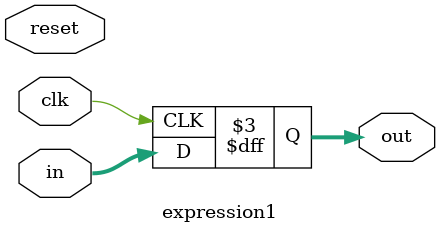
<source format=v>
module expression1
  #(parameter integer WIDTH = 8)
  (input wire                    reset,
   input wire                    clk,
   input wire signed [WIDTH-1:0] in,
   output reg signed [WIDTH-1:0] out);

   always @(posedge clk) out <= +in;

endmodule

</source>
